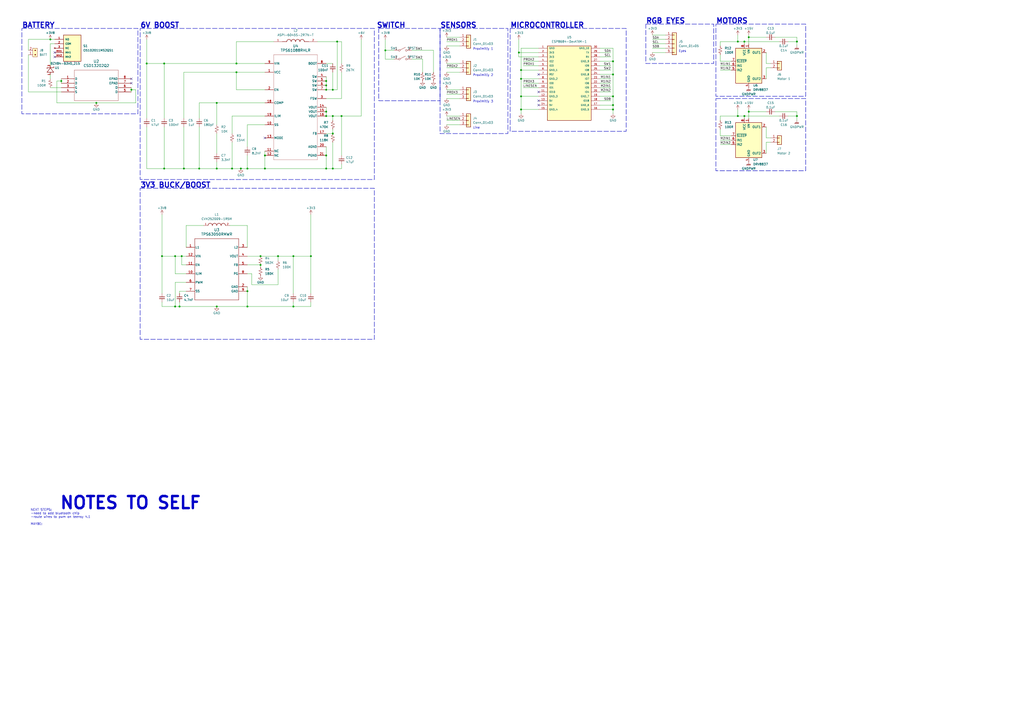
<source format=kicad_sch>
(kicad_sch (version 20230121) (generator eeschema)
  (paper "A2")
  (title_block (title "SN Main PCB") (date "2023-10-24") (rev "3.0") (company "Robonyx") (comment 1 "H. PHAN"))
  (lib_symbols
    (symbol "+3V3_1" (power) (pin_names (offset 0))
      (property "Value" "+3V3_1" (at 0 3.556 0))
      (symbol "+3V3_1_1_1"
        (pin power_in line (at 0 0 90) (length 0) hide (name "+3V3") (number "1"))
      )
    )
    (symbol "ASPI-6045S-2R7N-T:ASPI-6045S-2R7N-T" (pin_names (offset 1.016))
      (property "Reference" "L" (at -10.16 5.08 0))
      (property "Value" "ASPI-6045S-2R7N-T" (at -10.16 -5.08 0))
      (symbol "ASPI-6045S-2R7N-T_0_0"
        (pin passive line (at -12.7 0 0) (length 5.08) (name "~") (number "1"))
        (pin passive line (at 12.7 0 180) (length 5.08) (name "~") (number "2"))
      )
    )
    (symbol "BZX84B3V3-7-F:BZX84-B3V0_215" (pin_names (offset 1.016))
      (property "Reference" "U" (at -2.9464 2.6416 0))
      (property "Value" "BZX84-B3V0_215" (at -4.4704 -4.4958 0))
      (symbol "BZX84-B3V0_215_0_0"
        (pin passive line (at -2.54 0 0) (length 0) (name "~") (number "1"))
        (pin passive line (at 2.54 0 180) (length 0) (name "~") (number "3"))
      )
    )
    (symbol "CSD13202Q2:CSD13202Q2" (pin_names (offset 0.254))
      (property "Reference" "U" (at 20.32 10.16 0))
      (property "Value" "CSD13202Q2" (at 20.32 7.62 0))
      (symbol "CSD13202Q2_0_1"
        (pin unspecified line (at 0 0 0) (length 7.62) (name "D") (number "1"))
        (pin unspecified line (at 0 -2.54 0) (length 7.62) (name "D") (number "2"))
        (pin unspecified line (at 0 -5.08 0) (length 7.62) (name "G") (number "3"))
        (pin unspecified line (at 0 -7.62 0) (length 7.62) (name "S") (number "4"))
        (pin unspecified line (at 40.64 -7.62 180) (length 7.62) (name "D") (number "5"))
        (pin unspecified line (at 40.64 -5.08 180) (length 7.62) (name "D") (number "6"))
        (pin unspecified line (at 40.64 -2.54 180) (length 7.62) (name "EPAD") (number "7"))
        (pin unspecified line (at 40.64 0 180) (length 7.62) (name "EPAD") (number "8"))
      )
    )
    (symbol "CVH252009-1R5M:CVH252009-1R5M" (pin_names (offset 1.016))
      (property "Reference" "L" (at -7.62 5.08 0))
      (property "Value" "CVH252009-1R5M" (at -7.62 2.54 0))
      (symbol "CVH252009-1R5M_0_0"
        (pin passive line (at -7.62 0 0) (length 2.54) (name "~") (number "1"))
        (pin passive line (at 7.62 0 180) (length 2.54) (name "~") (number "2"))
      )
    )
    (symbol "Connector_Generic:Conn_01x02" (pin_names (offset 1.016) hide)
      (property "Reference" "J" (at 0 2.54 0))
      (property "Value" "Conn_01x02" (at 0 -5.08 0))
      (symbol "Conn_01x02_1_1"
        (pin passive line (at -5.08 0 0) (length 3.81) (name "Pin_1") (number "1"))
        (pin passive line (at -5.08 -2.54 0) (length 3.81) (name "Pin_2") (number "2"))
      )
    )
    (symbol "Connector_Generic:Conn_01x03" (pin_names (offset 1.016) hide)
      (property "Reference" "J" (at 0 5.08 0))
      (property "Value" "Conn_01x03" (at 0 -5.08 0))
      (symbol "Conn_01x03_1_1"
        (pin passive line (at -5.08 2.54 0) (length 3.81) (name "Pin_1") (number "1"))
        (pin passive line (at -5.08 0 0) (length 3.81) (name "Pin_2") (number "2"))
        (pin passive line (at -5.08 -2.54 0) (length 3.81) (name "Pin_3") (number "3"))
      )
    )
    (symbol "Connector_Generic:Conn_01x05" (pin_names (offset 1.016) hide)
      (property "Reference" "J" (at 0 7.62 0))
      (property "Value" "Conn_01x05" (at 0 -7.62 0))
      (symbol "Conn_01x05_1_1"
        (pin passive line (at -5.08 5.08 0) (length 3.81) (name "Pin_1") (number "1"))
        (pin passive line (at -5.08 2.54 0) (length 3.81) (name "Pin_2") (number "2"))
        (pin passive line (at -5.08 0 0) (length 3.81) (name "Pin_3") (number "3"))
        (pin passive line (at -5.08 -2.54 0) (length 3.81) (name "Pin_4") (number "4"))
        (pin passive line (at -5.08 -5.08 0) (length 3.81) (name "Pin_5") (number "5"))
      )
    )
    (symbol "Device:C_Small" (pin_numbers hide) (pin_names (offset 0.254) hide)
      (property "Reference" "C" (at 0.254 1.778 0))
      (property "Value" "C_Small" (at 0.254 -2.032 0))
      (symbol "C_Small_1_1"
        (pin passive line (at 0 2.54 270) (length 2.032) (name "~") (number "1"))
        (pin passive line (at 0 -2.54 90) (length 2.032) (name "~") (number "2"))
      )
    )
    (symbol "Device:R_Small_US" (pin_numbers hide) (pin_names (offset 0.254) hide)
      (property "Reference" "R" (at 0.762 0.508 0))
      (property "Value" "R_Small_US" (at 0.762 -1.016 0))
      (symbol "R_Small_US_1_1"
        (pin passive line (at 0 2.54 270) (length 1.016) (name "~") (number "1"))
        (pin passive line (at 0 -2.54 90) (length 1.016) (name "~") (number "2"))
      )
    )
    (symbol "Driver_Motor:DRV8837"
      (property "Reference" "U" (at 6.35 11.43 0))
      (property "Value" "DRV8837" (at -10.16 11.43 0))
      (symbol "DRV8837_1_1"
        (pin power_in line (at 0 12.7 270) (length 2.54) (name "VM") (number "1"))
        (pin output line (at 10.16 7.62 180) (length 2.54) (name "OUT1") (number "2"))
        (pin output line (at 10.16 -7.62 180) (length 2.54) (name "OUT2") (number "3"))
        (pin power_in line (at 0 -12.7 90) (length 2.54) (name "GND") (number "4"))
        (pin input line (at -10.16 -2.54 0) (length 2.54) (name "IN2") (number "5"))
        (pin input line (at -10.16 0 0) (length 2.54) (name "IN1") (number "6"))
        (pin input line (at -10.16 2.54 0) (length 2.54) (name "~{SLEEP}") (number "7"))
        (pin power_in line (at -2.54 12.7 270) (length 2.54) (name "VCC") (number "8"))
        (pin passive line (at 0 -12.7 90) (length 2.54) hide (name "GND") (number "9"))
      )
    )
    (symbol "ESP8684-DevKitM-1:ESP8684-DevKitM-1" (pin_names (offset 1.016))
      (property "Reference" "U" (at -12.7 19.05 0))
      (property "Value" "ESP8684-DevKitM-1" (at -11.43 -27.94 0))
      (symbol "ESP8684-DevKitM-1_0_0"
        (pin power_in line (at -17.78 16.51 0) (length 5.08) (name "GND") (number "1"))
        (pin power_in line (at -17.78 13.97 0) (length 5.08) (name "3V3") (number "2"))
        (pin input line (at -17.78 1.27 0) (length 5.08) (name "RST") (number "7"))
      )
      (symbol "ESP8684-DevKitM-1_1_0"
        (pin bidirectional line (at -17.78 -6.35 0) (length 5.08) (name "IO1") (number "10"))
        (pin bidirectional line (at -17.78 -8.89 0) (length 5.08) (name "IO10") (number "11"))
        (pin power_in line (at -17.78 -11.43 0) (length 5.08) (name "GND_3") (number "12"))
        (pin power_in line (at -17.78 -13.97 0) (length 5.08) (name "5V") (number "13"))
        (pin power_in line (at -17.78 -16.51 0) (length 5.08) (name "5V") (number "14"))
        (pin power_in line (at -17.78 -19.05 0) (length 5.08) (name "GND_4") (number "15"))
        (pin power_in line (at 17.78 -19.05 180) (length 5.08) (name "GND_5") (number "16"))
        (pin power_in line (at 17.78 -16.51 180) (length 5.08) (name "GND_6") (number "17"))
        (pin bidirectional line (at 17.78 -13.97 180) (length 5.08) (name "IO18") (number "18"))
        (pin power_in line (at 17.78 -11.43 180) (length 5.08) (name "GND_7") (number "19"))
        (pin bidirectional line (at 17.78 -8.89 180) (length 5.08) (name "IO4") (number "20"))
        (pin bidirectional line (at 17.78 -6.35 180) (length 5.08) (name "IO5") (number "21"))
        (pin bidirectional line (at 17.78 -3.81 180) (length 5.08) (name "IO6") (number "22"))
        (pin bidirectional line (at 17.78 -1.27 180) (length 5.08) (name "IO7") (number "23"))
        (pin power_in line (at 17.78 1.27 180) (length 5.08) (name "GND_8") (number "24"))
        (pin bidirectional line (at 17.78 3.81 180) (length 5.08) (name "IO8") (number "25"))
        (pin bidirectional line (at 17.78 6.35 180) (length 5.08) (name "IO9") (number "26"))
        (pin power_in line (at 17.78 8.89 180) (length 5.08) (name "GND_9") (number "27"))
        (pin bidirectional line (at 17.78 11.43 180) (length 5.08) (name "RX") (number "28"))
        (pin bidirectional line (at 17.78 13.97 180) (length 5.08) (name "TX") (number "29"))
        (pin power_in line (at -17.78 11.43 0) (length 5.08) (name "3V3") (number "3"))
        (pin power_in line (at 17.78 16.51 180) (length 5.08) (name "GND_10") (number "30"))
        (pin bidirectional line (at -17.78 8.89 0) (length 5.08) (name "IO2") (number "4"))
        (pin bidirectional line (at -17.78 6.35 0) (length 5.08) (name "IO3") (number "5"))
        (pin power_in line (at -17.78 3.81 0) (length 5.08) (name "GND_1") (number "6"))
        (pin power_in line (at -17.78 -1.27 0) (length 5.08) (name "GND_2") (number "8"))
        (pin bidirectional line (at -17.78 -3.81 0) (length 5.08) (name "IO0") (number "9"))
      )
    )
    (symbol "OS102011MS2QS1:OS102011MS2QS1" (pin_names (offset 1.016))
      (property "Reference" "S" (at 6.35 5.08 0))
      (property "Value" "OS102011MS2QS1" (at 6.35 -15.24 0))
      (symbol "OS102011MS2QS1_0_0"
        (pin bidirectional line (at 0 0 0) (length 5.08) (name "NO") (number "1"))
        (pin bidirectional line (at 0 -2.54 0) (length 5.08) (name "COM") (number "2"))
        (pin no_connect line (at 0 -5.08 0) (length 5.08) (name "NC") (number "3"))
        (pin bidirectional line (at 0 -7.62 0) (length 5.08) (name "MH1") (number "MH1"))
        (pin bidirectional line (at 0 -10.16 0) (length 5.08) (name "MH2") (number "MH2"))
      )
    )
    (symbol "SparkFun-Switch:SPST" (pin_names (offset 0) hide)
      (property "Reference" "SW" (at 0 3.175 0))
      (property "Value" "SPST" (at 0 -2.54 0))
      (symbol "SPST_1_1"
        (pin passive line (at -5.08 0 0) (length 2.54) (name "A") (number "1"))
        (pin passive line (at 5.08 0 180) (length 2.54) (name "B") (number "2"))
      )
    )
    (symbol "TPS61088RHLR:TPS61088RHLR" (pin_names (offset 0.254))
      (property "Reference" "U" (at 0 2.54 0))
      (property "Value" "TPS61088RHLR" (at 0 0 0))
      (symbol "TPS61088RHLR_0_1"
        (pin power_in line (at -17.78 20.32 0) (length 5.08) (name "VCC") (number "1"))
        (pin input line (at -17.78 -10.16 0) (length 5.08) (name "SS") (number "10"))
        (pin unspecified line (at -17.78 -25.4 0) (length 5.08) (name "NC") (number "11"))
        (pin unspecified line (at -17.78 -27.94 0) (length 5.08) (name "NC") (number "12"))
        (pin input line (at -17.78 -17.78 0) (length 5.08) (name "MODE") (number "13"))
        (pin power_in line (at 17.78 0 180) (length 5.08) (name "VOUT") (number "14"))
        (pin power_in line (at 17.78 -2.54 180) (length 5.08) (name "VOUT") (number "15"))
        (pin power_in line (at 17.78 -5.08 180) (length 5.08) (name "VOUT") (number "16"))
        (pin input line (at 17.78 -15.24 180) (length 5.08) (name "FB") (number "17"))
        (pin output line (at -17.78 2.54 0) (length 5.08) (name "COMP") (number "18"))
        (pin input line (at -17.78 -5.08 0) (length 5.08) (name "ILIM") (number "19"))
        (pin input line (at -17.78 10.16 0) (length 5.08) (name "EN") (number "2"))
        (pin power_in line (at 17.78 -22.86 180) (length 5.08) (name "AGND") (number "20"))
        (pin power_in line (at 17.78 -27.94 180) (length 5.08) (name "PGND") (number "21"))
        (pin input line (at 17.78 5.08 180) (length 5.08) (name "FSW") (number "3"))
        (pin power_in line (at 17.78 17.78 180) (length 5.08) (name "SW") (number "4"))
        (pin power_in line (at 17.78 15.24 180) (length 5.08) (name "SW") (number "5"))
        (pin power_in line (at 17.78 12.7 180) (length 5.08) (name "SW") (number "6"))
        (pin power_in line (at 17.78 10.16 180) (length 5.08) (name "SW") (number "7"))
        (pin power_in line (at 17.78 25.4 180) (length 5.08) (name "BOOT") (number "8"))
        (pin power_in line (at -17.78 25.4 0) (length 5.08) (name "VIN") (number "9"))
      )
    )
    (symbol "TPS63050RMWR:TPS63050RMWR" (pin_names (offset 0.254))
      (property "Reference" "U" (at 0 2.54 0))
      (property "Value" "TPS63050RMWR" (at 0 0 0))
      (symbol "TPS63050RMWR_0_1"
        (pin unspecified line (at -17.78 12.7 0) (length 5.08) (name "L1") (number "1"))
        (pin input line (at -17.78 -2.54 0) (length 5.08) (name "ILIM") (number "10"))
        (pin input line (at -17.78 2.54 0) (length 5.08) (name "EN") (number "11"))
        (pin power_in line (at -17.78 7.62 0) (length 5.08) (name "VIN") (number "12"))
        (pin power_in line (at 17.78 -10.16 180) (length 5.08) (name "GND") (number "2"))
        (pin unspecified line (at 17.78 12.7 180) (length 5.08) (name "L2") (number "3"))
        (pin power_in line (at 17.78 7.62 180) (length 5.08) (name "VOUT") (number "4"))
        (pin input line (at 17.78 2.54 180) (length 5.08) (name "FB") (number "5"))
        (pin input line (at -17.78 -7.62 0) (length 5.08) (name "PWM") (number "6"))
        (pin input line (at -17.78 -12.7 0) (length 5.08) (name "SS") (number "7"))
        (pin open_collector line (at 17.78 -2.54 180) (length 5.08) (name "PG") (number "8"))
        (pin power_in line (at 17.78 -12.7 180) (length 5.08) (name "GND") (number "9"))
      )
    )
    (symbol "dk_Rectangular-Connectors-Headers-Male-Pins:B2B-XH-A_LF__SN_" (pin_names (offset 1.016))
      (property "Reference" "J" (at -2.54 -1.27 0))
      (property "Value" "B2B-XH-A_LF__SN_" (at 1.27 -3.81 0))
      (symbol "B2B-XH-A_LF__SN__1_1"
        (pin passive line (at 0 2.54 270) (length 2.54) (name "~") (number "1"))
        (pin passive line (at 2.54 2.54 270) (length 2.54) (name "~") (number "2"))
      )
    )
    (symbol "power:+15V" (power) (pin_names (offset 0))
      (property "Value" "+15V" (at 0 3.556 0))
      (symbol "+15V_1_1"
        (pin power_in line (at 0 0 90) (length 0) hide (name "+15V") (number "1"))
      )
    )
    (symbol "power:+3V3" (power) (pin_names (offset 0))
      (property "Value" "+3V3" (at 0 3.556 0))
      (symbol "+3V3_1_1"
        (pin power_in line (at 0 0 90) (length 0) hide (name "+3V3") (number "1"))
      )
    )
    (symbol "power:+3V8" (power) (pin_names (offset 0))
      (property "Value" "+3V8" (at 0 3.556 0))
      (symbol "+3V8_1_1"
        (pin power_in line (at 0 0 90) (length 0) hide (name "+3V8") (number "1"))
      )
    )
    (symbol "power:+6V" (power) (pin_names (offset 0))
      (property "Value" "+6V" (at 0 3.556 0))
      (symbol "+6V_1_1"
        (pin power_in line (at 0 0 90) (length 0) hide (name "+6V") (number "1"))
      )
    )
    (symbol "power:GND" (power) (pin_names (offset 0))
      (property "Value" "GND" (at 0 -3.81 0))
      (symbol "GND_1_1"
        (pin power_in line (at 0 0 270) (length 0) hide (name "GND") (number "1"))
      )
    )
    (symbol "power:GNDPWR" (power) (pin_names (offset 0))
      (property "Value" "GNDPWR" (at 0 -3.302 0))
      (symbol "GNDPWR_1_1"
        (pin power_in line (at 0 0 270) (length 0) hide (name "GNDPWR") (number "1"))
      )
    )
  )
  (junction (at 153.67 90.17))
  (junction (at 302.26 45.72))
  (junction (at 170.18 177.8))
  (junction (at 35.56 46.99))
  (junction (at 105.41 148.59))
  (junction (at 95.25 97.79))
  (junction (at 143.51 97.79))
  (junction (at 189.23 49.53))
  (junction (at 223.52 29.21))
  (junction (at 355.6 63.5))
  (junction (at 431.8 67.31))
  (junction (at 143.51 177.8))
  (junction (at 462.28 24.13))
  (junction (at 137.16 41.91))
  (junction (at 355.6 43.18))
  (junction (at 125.73 59.69))
  (junction (at 180.34 148.59))
  (junction (at 189.23 90.17))
  (junction (at 189.23 64.77))
  (junction (at 76.2 52.07))
  (junction (at 193.04 77.47))
  (junction (at 427.99 24.13))
  (junction (at 161.29 148.59))
  (junction (at 101.6 148.59))
  (junction (at 462.28 67.31))
  (junction (at 104.14 177.8))
  (junction (at 134.62 97.79))
  (junction (at 29.21 22.86))
  (junction (at 139.7 97.79))
  (junction (at 151.13 153.67))
  (junction (at 193.04 97.79))
  (junction (at 302.26 55.88))
  (junction (at 434.34 21.59))
  (junction (at 170.18 148.59))
  (junction (at 431.8 24.13))
  (junction (at 193.04 67.31))
  (junction (at 151.13 148.59))
  (junction (at 355.6 35.56))
  (junction (at 195.58 24.13))
  (junction (at 189.23 97.79))
  (junction (at 198.12 67.31))
  (junction (at 85.09 36.83))
  (junction (at 125.73 177.8))
  (junction (at 125.73 97.79))
  (junction (at 143.51 168.91))
  (junction (at 300.99 30.48))
  (junction (at 95.25 36.83))
  (junction (at 153.67 97.79))
  (junction (at 302.26 63.5))
  (junction (at 434.34 64.77))
  (junction (at 193.04 52.07))
  (junction (at 55.88 59.69))
  (junction (at 355.6 55.88))
  (junction (at 101.6 177.8))
  (junction (at 137.16 36.83))
  (junction (at 189.23 52.07))
  (junction (at 93.98 148.59))
  (junction (at 189.23 46.99))
  (junction (at 189.23 67.31))
  (junction (at 355.6 60.96))
  (junction (at 302.26 40.64))
  (junction (at 427.99 67.31))
  (junction (at 106.68 97.79))
  (junction (at 115.57 97.79))
  (no_connect (at 312.42 58.42))
  (no_connect (at 312.42 60.96))
  (no_connect (at 76.2 48.26))
  (no_connect (at 312.42 53.34))
  (no_connect (at 31.75 30.48))
  (no_connect (at 312.42 43.18))
  (no_connect (at 153.67 80.01))
  (no_connect (at 31.75 33.02))
  (no_connect (at 76.2 45.72))
  (wire (pts (xy 347.98 30.48) (xy 354.33 30.48)))
  (wire (pts (xy 444.5 80.01) (xy 447.04 80.01)))
  (wire (pts (xy 193.04 97.79) (xy 189.23 97.79)))
  (wire (pts (xy 259.08 52.07) (xy 266.7 52.07)))
  (wire (pts (xy 153.67 52.07) (xy 137.16 52.07)))
  (wire (pts (xy 431.8 25.4) (xy 431.8 24.13)))
  (wire (pts (xy 133.35 130.81) (xy 143.51 130.81)))
  (wire (pts (xy 189.23 46.99) (xy 189.23 49.53)))
  (wire (pts (xy 106.68 97.79) (xy 106.68 73.66)))
  (wire (pts (xy 238.76 29.21) (xy 251.46 29.21)))
  (wire (pts (xy 95.25 36.83) (xy 95.25 68.58)))
  (wire (pts (xy 417.83 31.75) (xy 417.83 35.56)))
  (wire (pts (xy 170.18 148.59) (xy 180.34 148.59)))
  (wire (pts (xy 434.34 64.77) (xy 434.34 68.58)))
  (wire (pts (xy 170.18 175.26) (xy 170.18 177.8)))
  (wire (pts (xy 153.67 67.31) (xy 134.62 67.31)))
  (wire (pts (xy 134.62 82.55) (xy 134.62 97.79)))
  (wire (pts (xy 93.98 177.8) (xy 101.6 177.8)))
  (wire (pts (xy 251.46 41.91) (xy 251.46 29.21)))
  (wire (pts (xy 189.23 36.83) (xy 193.04 36.83)))
  (wire (pts (xy 101.6 158.75) (xy 101.6 148.59)))
  (wire (pts (xy 193.04 67.31) (xy 189.23 67.31)))
  (wire (pts (xy 312.42 48.26) (xy 303.53 48.26)))
  (wire (pts (xy 125.73 177.8) (xy 104.14 177.8)))
  (wire (pts (xy 16.51 53.34) (xy 35.56 53.34)))
  (wire (pts (xy 238.76 34.29) (xy 245.11 34.29)))
  (wire (pts (xy 302.26 40.64) (xy 312.42 40.64)))
  (wire (pts (xy 462.28 67.31) (xy 462.28 69.85)))
  (wire (pts (xy 107.95 153.67) (xy 105.41 153.67)))
  (wire (pts (xy 137.16 36.83) (xy 153.67 36.83)))
  (wire (pts (xy 198.12 36.83) (xy 198.12 24.13)))
  (wire (pts (xy 347.98 63.5) (xy 355.6 63.5)))
  (wire (pts (xy 259.08 69.85) (xy 266.7 69.85)))
  (wire (pts (xy 444.5 73.66) (xy 444.5 80.01)))
  (wire (pts (xy 434.34 64.77) (xy 444.5 64.77)))
  (wire (pts (xy 434.34 63.5) (xy 434.34 64.77)))
  (wire (pts (xy 189.23 64.77) (xy 189.23 67.31)))
  (wire (pts (xy 300.99 22.86) (xy 300.99 30.48)))
  (wire (pts (xy 193.04 52.07) (xy 195.58 52.07)))
  (wire (pts (xy 347.98 33.02) (xy 354.33 33.02)))
  (wire (pts (xy 180.34 175.26) (xy 180.34 177.8)))
  (wire (pts (xy 431.8 24.13) (xy 427.99 24.13)))
  (wire (pts (xy 107.95 158.75) (xy 101.6 158.75)))
  (wire (pts (xy 85.09 36.83) (xy 85.09 68.58)))
  (wire (pts (xy 417.83 67.31) (xy 417.83 69.85)))
  (wire (pts (xy 143.51 168.91) (xy 143.51 166.37)))
  (wire (pts (xy 259.08 57.15) (xy 266.7 57.15)))
  (wire (pts (xy 35.56 46.99) (xy 33.02 46.99)))
  (wire (pts (xy 302.26 40.64) (xy 302.26 45.72)))
  (wire (pts (xy 347.98 40.64) (xy 354.33 40.64)))
  (wire (pts (xy 76.2 52.07) (xy 76.2 53.34)))
  (wire (pts (xy 85.09 73.66) (xy 85.09 97.79)))
  (wire (pts (xy 417.83 67.31) (xy 427.99 67.31)))
  (wire (pts (xy 137.16 24.13) (xy 158.75 24.13)))
  (wire (pts (xy 449.58 21.59) (xy 462.28 21.59)))
  (wire (pts (xy 417.83 81.28) (xy 424.18 81.28)))
  (wire (pts (xy 347.98 45.72) (xy 354.33 45.72)))
  (wire (pts (xy 161.29 148.59) (xy 170.18 148.59)))
  (wire (pts (xy 143.51 158.75) (xy 146.05 158.75)))
  (wire (pts (xy 302.26 45.72) (xy 312.42 45.72)))
  (wire (pts (xy 106.68 97.79) (xy 115.57 97.79)))
  (wire (pts (xy 259.08 72.39) (xy 266.7 72.39)))
  (wire (pts (xy 33.02 46.99) (xy 33.02 59.69)))
  (wire (pts (xy 434.34 21.59) (xy 444.5 21.59)))
  (wire (pts (xy 355.6 60.96) (xy 355.6 63.5)))
  (wire (pts (xy 78.74 52.07) (xy 76.2 52.07)))
  (wire (pts (xy 198.12 95.25) (xy 198.12 97.79)))
  (wire (pts (xy 153.67 97.79) (xy 143.51 97.79)))
  (wire (pts (xy 417.83 74.93) (xy 417.83 78.74)))
  (wire (pts (xy 223.52 34.29) (xy 223.52 29.21)))
  (wire (pts (xy 189.23 77.47) (xy 193.04 77.47)))
  (wire (pts (xy 259.08 36.83) (xy 266.7 36.83)))
  (wire (pts (xy 347.98 35.56) (xy 355.6 35.56)))
  (wire (pts (xy 378.46 20.32) (xy 386.08 20.32)))
  (wire (pts (xy 85.09 97.79) (xy 95.25 97.79)))
  (wire (pts (xy 193.04 41.91) (xy 193.04 52.07)))
  (wire (pts (xy 417.83 83.82) (xy 424.18 83.82)))
  (wire (pts (xy 378.46 30.48) (xy 386.08 30.48)))
  (wire (pts (xy 195.58 24.13) (xy 198.12 24.13)))
  (wire (pts (xy 143.51 72.39) (xy 143.51 85.09)))
  (wire (pts (xy 35.56 50.8) (xy 29.21 50.8)))
  (wire (pts (xy 259.08 41.91) (xy 266.7 41.91)))
  (wire (pts (xy 125.73 77.47) (xy 125.73 88.9)))
  (wire (pts (xy 146.05 165.1) (xy 161.29 165.1)))
  (wire (pts (xy 302.26 27.94) (xy 312.42 27.94)))
  (wire (pts (xy 355.6 27.94) (xy 355.6 35.56)))
  (wire (pts (xy 16.51 22.86) (xy 29.21 22.86)))
  (wire (pts (xy 431.8 68.58) (xy 431.8 67.31)))
  (wire (pts (xy 193.04 74.93) (xy 193.04 77.47)))
  (wire (pts (xy 16.51 31.75) (xy 16.51 53.34)))
  (wire (pts (xy 151.13 148.59) (xy 161.29 148.59)))
  (wire (pts (xy 417.83 38.1) (xy 424.18 38.1)))
  (wire (pts (xy 462.28 21.59) (xy 462.28 24.13)))
  (wire (pts (xy 125.73 93.98) (xy 125.73 97.79)))
  (wire (pts (xy 347.98 27.94) (xy 355.6 27.94)))
  (wire (pts (xy 106.68 41.91) (xy 106.68 68.58)))
  (wire (pts (xy 16.51 22.86) (xy 16.51 29.21)))
  (wire (pts (xy 198.12 90.17) (xy 198.12 67.31)))
  (wire (pts (xy 302.26 27.94) (xy 302.26 40.64)))
  (wire (pts (xy 245.11 41.91) (xy 245.11 34.29)))
  (wire (pts (xy 444.5 39.37) (xy 444.5 45.72)))
  (wire (pts (xy 93.98 124.46) (xy 93.98 148.59)))
  (wire (pts (xy 302.26 63.5) (xy 312.42 63.5)))
  (wire (pts (xy 386.08 27.94) (xy 378.46 27.94)))
  (wire (pts (xy 153.67 72.39) (xy 143.51 72.39)))
  (wire (pts (xy 189.23 97.79) (xy 153.67 97.79)))
  (wire (pts (xy 101.6 148.59) (xy 105.41 148.59)))
  (wire (pts (xy 444.5 39.37) (xy 447.04 39.37)))
  (wire (pts (xy 347.98 38.1) (xy 354.33 38.1)))
  (wire (pts (xy 347.98 48.26) (xy 354.33 48.26)))
  (wire (pts (xy 153.67 90.17) (xy 153.67 97.79)))
  (wire (pts (xy 417.83 78.74) (xy 424.18 78.74)))
  (wire (pts (xy 143.51 153.67) (xy 151.13 153.67)))
  (wire (pts (xy 125.73 59.69) (xy 125.73 72.39)))
  (wire (pts (xy 189.23 85.09) (xy 189.23 90.17)))
  (wire (pts (xy 434.34 21.59) (xy 434.34 25.4)))
  (wire (pts (xy 347.98 60.96) (xy 355.6 60.96)))
  (wire (pts (xy 223.52 22.86) (xy 223.52 29.21)))
  (wire (pts (xy 115.57 59.69) (xy 125.73 59.69)))
  (wire (pts (xy 312.42 35.56) (xy 303.53 35.56)))
  (wire (pts (xy 137.16 41.91) (xy 137.16 52.07)))
  (wire (pts (xy 143.51 130.81) (xy 143.51 143.51)))
  (wire (pts (xy 115.57 97.79) (xy 115.57 73.66)))
  (wire (pts (xy 228.6 34.29) (xy 223.52 34.29)))
  (wire (pts (xy 431.8 67.31) (xy 452.12 67.31)))
  (wire (pts (xy 115.57 97.79) (xy 125.73 97.79)))
  (wire (pts (xy 355.6 35.56) (xy 355.6 43.18)))
  (wire (pts (xy 427.99 63.5) (xy 427.99 67.31)))
  (wire (pts (xy 189.23 52.07) (xy 193.04 52.07)))
  (wire (pts (xy 462.28 64.77) (xy 462.28 67.31)))
  (wire (pts (xy 444.5 30.48) (xy 444.5 36.83)))
  (wire (pts (xy 198.12 67.31) (xy 209.55 67.31)))
  (wire (pts (xy 146.05 158.75) (xy 146.05 165.1)))
  (wire (pts (xy 444.5 36.83) (xy 447.04 36.83)))
  (wire (pts (xy 195.58 24.13) (xy 195.58 52.07)))
  (wire (pts (xy 107.95 130.81) (xy 118.11 130.81)))
  (wire (pts (xy 184.15 24.13) (xy 195.58 24.13)))
  (wire (pts (xy 198.12 41.91) (xy 198.12 57.15)))
  (wire (pts (xy 312.42 38.1) (xy 303.53 38.1)))
  (wire (pts (xy 93.98 175.26) (xy 93.98 177.8)))
  (wire (pts (xy 153.67 59.69) (xy 125.73 59.69)))
  (wire (pts (xy 106.68 41.91) (xy 137.16 41.91)))
  (wire (pts (xy 417.83 40.64) (xy 424.18 40.64)))
  (wire (pts (xy 259.08 54.61) (xy 266.7 54.61)))
  (wire (pts (xy 189.23 44.45) (xy 189.23 46.99)))
  (wire (pts (xy 312.42 50.8) (xy 303.53 50.8)))
  (wire (pts (xy 386.08 25.4) (xy 378.46 25.4)))
  (wire (pts (xy 259.08 26.67) (xy 266.7 26.67)))
  (wire (pts (xy 161.29 151.13) (xy 161.29 148.59)))
  (wire (pts (xy 193.04 82.55) (xy 193.04 97.79)))
  (wire (pts (xy 189.23 90.17) (xy 189.23 97.79)))
  (wire (pts (xy 259.08 21.59) (xy 266.7 21.59)))
  (wire (pts (xy 95.25 97.79) (xy 106.68 97.79)))
  (wire (pts (xy 259.08 24.13) (xy 266.7 24.13)))
  (wire (pts (xy 101.6 177.8) (xy 104.14 177.8)))
  (wire (pts (xy 302.26 55.88) (xy 302.26 63.5)))
  (wire (pts (xy 434.34 20.32) (xy 434.34 21.59)))
  (wire (pts (xy 302.26 63.5) (xy 302.26 66.04)))
  (wire (pts (xy 137.16 36.83) (xy 137.16 24.13)))
  (wire (pts (xy 55.88 59.69) (xy 78.74 59.69)))
  (wire (pts (xy 347.98 58.42) (xy 354.33 58.42)))
  (wire (pts (xy 444.5 82.55) (xy 444.5 88.9)))
  (wire (pts (xy 93.98 148.59) (xy 101.6 148.59)))
  (wire (pts (xy 143.51 148.59) (xy 151.13 148.59)))
  (wire (pts (xy 386.08 22.86) (xy 378.46 22.86)))
  (wire (pts (xy 462.28 24.13) (xy 462.28 26.67)))
  (wire (pts (xy 431.8 24.13) (xy 452.12 24.13)))
  (wire (pts (xy 104.14 168.91) (xy 104.14 170.18)))
  (wire (pts (xy 170.18 148.59) (xy 170.18 170.18)))
  (wire (pts (xy 93.98 170.18) (xy 93.98 148.59)))
  (wire (pts (xy 107.95 168.91) (xy 104.14 168.91)))
  (wire (pts (xy 259.08 67.31) (xy 266.7 67.31)))
  (wire (pts (xy 302.26 55.88) (xy 312.42 55.88)))
  (wire (pts (xy 417.83 35.56) (xy 424.18 35.56)))
  (wire (pts (xy 444.5 82.55) (xy 447.04 82.55)))
  (wire (pts (xy 312.42 33.02) (xy 300.99 33.02)))
  (wire (pts (xy 137.16 41.91) (xy 153.67 41.91)))
  (wire (pts (xy 101.6 163.83) (xy 101.6 177.8)))
  (wire (pts (xy 189.23 49.53) (xy 189.23 52.07)))
  (wire (pts (xy 189.23 57.15) (xy 198.12 57.15)))
  (wire (pts (xy 35.56 46.99) (xy 35.56 48.26)))
  (wire (pts (xy 143.51 97.79) (xy 139.7 97.79)))
  (wire (pts (xy 35.56 45.72) (xy 35.56 46.99)))
  (wire (pts (xy 105.41 148.59) (xy 107.95 148.59)))
  (wire (pts (xy 347.98 43.18) (xy 355.6 43.18)))
  (wire (pts (xy 85.09 22.86) (xy 85.09 36.83)))
  (wire (pts (xy 78.74 59.69) (xy 78.74 52.07)))
  (wire (pts (xy 151.13 154.94) (xy 151.13 153.67)))
  (wire (pts (xy 193.04 67.31) (xy 198.12 67.31)))
  (wire (pts (xy 431.8 67.31) (xy 427.99 67.31)))
  (wire (pts (xy 170.18 177.8) (xy 143.51 177.8)))
  (wire (pts (xy 143.51 177.8) (xy 143.51 168.91)))
  (wire (pts (xy 312.42 30.48) (xy 300.99 30.48)))
  (wire (pts (xy 104.14 177.8) (xy 104.14 175.26)))
  (wire (pts (xy 180.34 177.8) (xy 170.18 177.8)))
  (wire (pts (xy 107.95 163.83) (xy 101.6 163.83)))
  (wire (pts (xy 134.62 97.79) (xy 139.7 97.79)))
  (wire (pts (xy 355.6 55.88) (xy 355.6 60.96)))
  (wire (pts (xy 347.98 50.8) (xy 354.33 50.8)))
  (wire (pts (xy 209.55 22.86) (xy 209.55 67.31)))
  (wire (pts (xy 125.73 177.8) (xy 143.51 177.8)))
  (wire (pts (xy 300.99 30.48) (xy 300.99 33.02)))
  (wire (pts (xy 76.2 52.07) (xy 76.2 50.8)))
  (wire (pts (xy 417.83 24.13) (xy 417.83 26.67)))
  (wire (pts (xy 355.6 43.18) (xy 355.6 55.88)))
  (wire (pts (xy 29.21 22.86) (xy 31.75 22.86)))
  (wire (pts (xy 143.51 90.17) (xy 143.51 97.79)))
  (wire (pts (xy 189.23 62.23) (xy 189.23 64.77)))
  (wire (pts (xy 180.34 124.46) (xy 180.34 148.59)))
  (wire (pts (xy 134.62 67.31) (xy 134.62 77.47)))
  (wire (pts (xy 302.26 45.72) (xy 302.26 55.88)))
  (wire (pts (xy 153.67 87.63) (xy 153.67 90.17)))
  (wire (pts (xy 427.99 20.32) (xy 427.99 24.13)))
  (wire (pts (xy 347.98 55.88) (xy 355.6 55.88)))
  (wire (pts (xy 105.41 153.67) (xy 105.41 148.59)))
  (wire (pts (xy 259.08 39.37) (xy 266.7 39.37)))
  (wire (pts (xy 355.6 63.5) (xy 355.6 66.04)))
  (wire (pts (xy 193.04 97.79) (xy 198.12 97.79)))
  (wire (pts (xy 107.95 143.51) (xy 107.95 130.81)))
  (wire (pts (xy 457.2 24.13) (xy 462.28 24.13)))
  (wire (pts (xy 31.75 25.4) (xy 29.21 25.4)))
  (wire (pts (xy 180.34 148.59) (xy 180.34 170.18)))
  (wire (pts (xy 161.29 165.1) (xy 161.29 156.21)))
  (wire (pts (xy 449.58 64.77) (xy 462.28 64.77)))
  (wire (pts (xy 125.73 97.79) (xy 134.62 97.79)))
  (wire (pts (xy 29.21 25.4) (xy 29.21 38.1)))
  (wire (pts (xy 457.2 67.31) (xy 462.28 67.31)))
  (wire (pts (xy 29.21 43.18) (xy 29.21 45.72)))
  (wire (pts (xy 193.04 69.85) (xy 193.04 67.31)))
  (wire (pts (xy 95.25 97.79) (xy 95.25 73.66)))
  (wire (pts (xy 115.57 68.58) (xy 115.57 59.69)))
  (wire (pts (xy 417.83 24.13) (xy 427.99 24.13)))
  (wire (pts (xy 228.6 29.21) (xy 223.52 29.21)))
  (wire (pts (xy 347.98 53.34) (xy 354.33 53.34)))
  (wire (pts (xy 95.25 36.83) (xy 137.16 36.83)))
  (wire (pts (xy 33.02 59.69) (xy 55.88 59.69)))
  (wire (pts (xy 85.09 36.83) (xy 95.25 36.83)))
  (rectangle (start 12.7 16.51) (end 80.01 66.04) (stroke (width 0.254) (type dash)))
  (rectangle (start 374.65 13.97) (end 414.02 36.83) (stroke (width 0.254) (type dash)))
  (rectangle (start 81.28 16.51) (end 217.17 104.14) (stroke (width 0.254) (type dash)))
  (rectangle (start 255.27 16.51) (end 294.64 77.47) (stroke (width 0.254) (type dash)))
  (rectangle (start 295.91 16.51) (end 363.22 76.2) (stroke (width 0.254) (type dash)))
  (rectangle (start 415.29 13.97) (end 467.36 55.88) (stroke (width 0.254) (type dash)))
  (rectangle (start 81.28 109.22) (end 217.17 196.85) (stroke (width 0.254) (type dash)))
  (rectangle (start 219.71 16.51) (end 255.27 58.42) (stroke (width 0.254) (type dash)))
  (rectangle (start 415.29 57.15) (end 467.36 99.06) (stroke (width 0.254) (type dash)))
  (text "SWITCH" (at 218.44 16.51 0) (effects (font (size 3 3) (thickness 0.6) bold) (justify left bottom)))
  (text "NOTES TO SELF" (at 34.29 295.91 0) (effects (font (size 7 7) (thickness 1.4) bold) (justify left bottom)))
  (text "6V BOOST" (at 81.28 16.51 0) (effects (font (size 3 3) (thickness 0.6) bold) (justify left bottom)))
  (text "NEXT STEPS:\n-need to add bluetooth chip\n-route wires to pwm on teensy 4.1\n\nMAYBE:\n" (at 17.78 304.8 0) (effects (font (size 1.27 1.27)) (justify left bottom)))
  (text "Eyes" (at 393.7 30.48 0) (effects (font (size 1.27 1.27)) (justify left bottom)))
  (text "Proximitiy 3" (at 274.32 59.69 0) (effects (font (size 1.27 1.27)) (justify left bottom)))
  (text "Proximitiy 1" (at 274.32 29.21 0) (effects (font (size 1.27 1.27)) (justify left bottom)))
  (text "MOTORS" (at 415.29 13.97 0) (effects (font (size 3 3) (thickness 0.6) bold) (justify left bottom)))
  (text "SENSORS" (at 255.27 16.51 0) (effects (font (size 3 3) (thickness 0.6) bold) (justify left bottom)))
  (text "Proximitiy 2" (at 274.32 44.45 0) (effects (font (size 1.27 1.27)) (justify left bottom)))
  (text "Line" (at 274.32 74.93 0) (effects (font (size 1.27 1.27)) (justify left bottom)))
  (text "RGB EYES" (at 374.65 13.97 0) (effects (font (size 3 3) (thickness 0.6) bold) (justify left bottom)))
  (text "BATTERY" (at 12.7 16.51 0) (effects (font (size 3 3) (thickness 0.6) bold) (justify left bottom)))
  (text "3V3 BUCK/BOOST" (at 81.28 109.22 0) (effects (font (size 3 3) (thickness 0.6) bold) (justify left bottom)))
  (text "MICROCONTROLLER" (at 295.91 16.51 0) (effects (font (size 3 3) (thickness 0.6) bold) (justify left bottom)))
  (label "SDB" (at 354.33 58.42 180))
  (label "PROX3" (at 259.08 54.61 0))
  (label "PROX1" (at 303.53 38.1 0))
  (label "M1IN2" (at 354.33 48.26 180))
  (label "SW1" (at 354.33 38.1 180))
  (label "M1IN1" (at 354.33 45.72 180))
  (label "SCL" (at 378.46 25.4 0))
  (label "LINESEN" (at 259.08 69.85 0))
  (label "SDA" (at 354.33 30.48 180))
  (label "SDA" (at 378.46 22.86 0))
  (label "SCL" (at 354.33 33.02 180))
  (label "PROX2" (at 259.08 39.37 0))
  (label "SDB" (at 378.46 27.94 0))
  (label "PROX2" (at 303.53 35.56 0))
  (label "M2IN1" (at 354.33 50.8 180))
  (label "SW2" (at 354.33 40.64 180))
  (label "PROX1" (at 259.08 24.13 0))
  (label "M2IN2" (at 417.83 83.82 0))
  (label "M1IN2" (at 417.83 40.64 0))
  (label "SW1" (at 245.11 29.21 180))
  (label "LINESEN" (at 303.53 50.8 0))
  (label "M2IN1" (at 417.83 81.28 0))
  (label "PROX3" (at 303.53 48.26 0))
  (label "SW2" (at 245.11 34.29 180))
  (label "M1IN1" (at 417.83 38.1 0))
  (label "M2IN2" (at 354.33 53.34 180))
  (symbol (lib_id "power:+3V3") (at 427.99 20.32 0) (unit 1)
    (property "Reference" "#PWR025" (effects hide))
    (property "Value" "+3V3" (at 427.99 16.51 0))
  )
  (symbol (lib_id "power:+15V") (at 434.34 63.5 0) (unit 1)
    (property "Reference" "#PWR030" (effects hide))
    (property "Value" "+15V" (at 434.34 59.69 0))
  )
  (symbol (lib_id "SparkFun-Switch:SPST") (at 233.68 29.21 0) (unit 1)
    (property "Reference" "SW1" (at 228.6 27.94 0))
    (property "Value" "SPST" (at 238.76 27.94 0))
    (property "Footprint" "Button_Switch_THT:SW_PUSH_6mm_H4.3mm" (effects hide))
    (property "PROD_ID" "SWCH-" (effects hide))
  )
  (symbol (lib_id "power:GND") (at 259.08 57.15 0) (unit 1)
    (property "Reference" "#PWR016" (effects hide))
    (property "Value" "GND" (at 259.08 60.96 0))
  )
  (symbol (lib_name "+3V3_1") (lib_id "power:+3V3") (at 180.34 124.46 0) (unit 1)
    (property "Reference" "#PWR08" (effects hide))
    (property "Value" "+3V3" (at 180.34 120.65 0))
  )
  (symbol (lib_id "Connector_Generic:Conn_01x03") (at 271.78 54.61 0) (unit 1)
    (property "Reference" "J3" (at 274.32 53.34 0) (effects (justify left)))
    (property "Value" "Conn_01x03" (at 274.32 55.88 0) (effects (justify left)))
    (property "Footprint" "Connector_JST:JST_XH_B3B-XH-A_1x03_P2.50mm_Vertical" (effects hide))
  )
  (symbol (lib_id "power:GND") (at 259.08 26.67 0) (unit 1)
    (property "Reference" "#PWR012" (effects hide))
    (property "Value" "GND" (at 259.08 30.48 0))
  )
  (symbol (lib_id "Device:R_Small_US") (at 417.83 29.21 0) (unit 1)
    (property "Reference" "R12" (at 420.37 27.94 0) (effects (justify left)))
    (property "Value" "100R" (at 420.37 30.48 0) (effects (justify left)))
    (property "Footprint" "Resistor_SMD:R_0805_2012Metric" (effects hide))
  )
  (symbol (lib_id "Driver_Motor:DRV8837") (at 434.34 38.1 0) (unit 1)
    (property "Reference" "U6" (at 436.88 49.53 0) (effects (justify left)))
    (property "Value" "DRV8837" (at 436.88 52.07 0) (effects (justify left)))
    (property "Footprint" "Package_SON:WSON-8-1EP_2x2mm_P0.5mm_EP0.9x1.6mm" (effects hide))
    (property "Datasheet" "http://www.ti.com/lit/ds/symlink/drv8837.pdf" (effects hide))
  )
  (symbol (lib_id "power:GND") (at 378.46 30.48 0) (unit 1)
    (property "Reference" "#PWR024" (effects hide))
    (property "Value" "GND" (at 378.46 34.29 0))
  )
  (symbol (lib_name "+3V3_1") (lib_id "power:+3V3") (at 259.08 36.83 0) (unit 1)
    (property "Reference" "#PWR013" (effects hide))
    (property "Value" "+3V3" (at 259.08 33.02 0))
  )
  (symbol (lib_id "Device:C_Small") (at 104.14 172.72 0) (unit 1)
    (property "Reference" "C4" (at 106.68 171.4563 0) (effects (justify left)))
    (property "Value" "4.7nF" (at 106.68 173.9963 0) (effects (justify left)))
    (property "Footprint" "Capacitor_SMD:C_0805_2012Metric" (effects hide))
  )
  (symbol (lib_id "power:+3V8") (at 29.21 22.86 0) (unit 1)
    (property "Reference" "#PWR01" (effects hide))
    (property "Value" "+3V8" (at 29.21 19.05 0))
  )
  (symbol (lib_id "Device:R_Small_US") (at 151.13 151.13 0) (unit 1)
    (property "Reference" "R4" (at 153.67 149.86 0) (effects (justify left)))
    (property "Value" "562K" (at 153.67 152.4 0) (effects (justify left)))
    (property "Footprint" "Resistor_SMD:R_0805_2012Metric" (effects hide))
  )
  (symbol (lib_id "power:GND") (at 55.88 59.69 0) (unit 1)
    (property "Reference" "#PWR02" (effects hide))
    (property "Value" "GND" (at 55.88 63.5 0))
  )
  (symbol (lib_id "Device:R_Small_US") (at 161.29 153.67 0) (unit 1)
    (property "Reference" "R6" (at 163.83 152.4 0) (effects (justify left)))
    (property "Value" "100K" (at 163.83 154.94 0) (effects (justify left)))
    (property "Footprint" "Resistor_SMD:R_0805_2012Metric" (effects hide))
  )
  (symbol (lib_id "Device:C_Small") (at 95.25 71.12 0) (unit 1)
    (property "Reference" "C3" (at 97.79 69.8563 0) (effects (justify left)))
    (property "Value" "100nF" (at 97.79 72.3963 0) (effects (justify left)))
    (property "Footprint" "Capacitor_SMD:C_0805_2012Metric" (effects hide))
  )
  (symbol (lib_id "power:GND") (at 355.6 66.04 0) (unit 1)
    (property "Reference" "#PWR021" (effects hide))
    (property "Value" "GND" (at 355.6 69.85 0))
  )
  (symbol (lib_id "power:GND") (at 125.73 177.8 0) (unit 1)
    (property "Reference" "#PWR05" (effects hide))
    (property "Value" "GND" (at 125.73 181.61 0))
  )
  (symbol (lib_id "Device:R_Small_US") (at 193.04 80.01 0) (mirror y) (unit 1)
    (property "Reference" "R8" (at 190.5 78.74 0) (effects (justify left)))
    (property "Value" "118K" (at 190.5 81.28 0) (effects (justify left)))
    (property "Footprint" "Resistor_SMD:R_0805_2012Metric" (effects hide))
  )
  (symbol (lib_id "dk_Rectangular-Connectors-Headers-Male-Pins:B2B-XH-A_LF__SN_") (at 19.05 31.75 90) (unit 1)
    (property "Reference" "J8" (at 22.86 29.21 90) (effects (justify right)))
    (property "Value" "BATT" (at 22.86 31.75 90) (effects (justify right)))
    (property "Footprint" "digikey-footprints:PinHeader_1x2_P2.5mm_Drill1.1mm" (effects hide))
    (property "Datasheet" "http://www.jst-mfg.com/product/pdf/eng/eXH.pdf" (effects hide))
    (property "Digi-Key_PN" "455-2247-ND" (effects hide))
    (property "MPN" "B2B-XH-A(LF)(SN)" (effects hide))
    (property "Category" "Connectors, Interconnects" (effects hide))
    (property "Family" "Rectangular Connectors - Headers, Male Pins" (effects hide))
    (property "DK_Datasheet_Link" "http://www.jst-mfg.com/product/pdf/eng/eXH.pdf" (effects hide))
    (property "DK_Detail_Page" "/product-detail/en/jst-sales-america-inc/B2B-XH-A(LF)(SN)/455-2247-ND/1651045" (effects hide))
    (property "Description" "CONN HEADER VERT 2POS 2.5MM" (effects hide))
    (property "Manufacturer" "JST Sales America Inc." (effects hide))
    (property "Status" "Active" (effects hide))
  )
  (symbol (lib_id "Device:C_Small") (at 143.51 87.63 0) (unit 1)
    (property "Reference" "C8" (at 146.05 86.3663 0) (effects (justify left)))
    (property "Value" "8.2nF" (at 146.05 88.9063 0) (effects (justify left)))
    (property "Footprint" "Capacitor_SMD:C_0805_2012Metric" (effects hide))
  )
  (symbol (lib_id "ASPI-6045S-2R7N-T:ASPI-6045S-2R7N-T") (at 171.45 24.13 0) (unit 1)
    (property "Reference" "L2" (at 171.45 17.78 0))
    (property "Value" "ASPI-6045S-2R7N-T" (at 171.45 20.32 0))
    (property "Footprint" "ASPI-6045S-2R7N-T:IND_ASPI-6045S-2R7N-T" (effects hide))
    (property "MF" "Abracon" (effects hide))
    (property "MAXIMUM_PACKAGE_HEIGHT" "4.5 mm" (effects hide))
    (property "Package" "Nonstandard Abracon" (effects hide))
    (property "Price" "None" (effects hide))
    (property "Check_prices" "https://www.snapeda.com/parts/ASPI-6045S-2R7N-T/Abracon/view-part/?ref=eda" (effects hide))
    (property "STANDARD" "Manufacturer Recommendations" (effects hide))
    (property "PARTREV" "2/22/2016" (effects hide))
    (property "SnapEDA_Link" "https://www.snapeda.com/parts/ASPI-6045S-2R7N-T/Abracon/view-part/?ref=snap" (effects hide))
    (property "MP" "ASPI-6045S-2R7N-T" (effects hide))
    (property "Purchase-URL" "https://www.snapeda.com/api/url_track_click_mouser/?unipart_id=1106667&manufacturer=Abracon&part_name=ASPI-6045S-2R7N-T&search_term=aspi-6045s-2r7n-t" (effects hide))
    (property "Description" "\n2.7 µH Shielded Drum Core, Wirewound Inductor 4.3 A 15mOhm Nonstandard\n" (effects hide))
    (property "Availability" "In Stock" (effects hide))
    (property "MANUFACTURER" "Abracon" (effects hide))
  )
  (symbol (lib_id "Connector_Generic:Conn_01x03") (at 271.78 39.37 0) (unit 1)
    (property "Reference" "J2" (at 274.32 38.1 0) (effects (justify left)))
    (property "Value" "Conn_01x03" (at 274.32 40.64 0) (effects (justify left)))
    (property "Footprint" "Connector_JST:JST_XH_B3B-XH-A_1x03_P2.50mm_Vertical" (effects hide))
  )
  (symbol (lib_id "Device:C_Small") (at 115.57 71.12 0) (unit 1)
    (property "Reference" "C6" (at 118.11 69.8563 0) (effects (justify left)))
    (property "Value" "180pF" (at 118.11 72.3963 0) (effects (justify left)))
    (property "Footprint" "Capacitor_SMD:C_0805_2012Metric" (effects hide))
  )
  (symbol (lib_id "CSD13202Q2:CSD13202Q2") (at 35.56 45.72 0) (unit 1)
    (property "Reference" "U2" (at 55.88 35.56 0) (effects (font (size 1.524 1.524))))
    (property "Value" "CSD13202Q2" (at 55.88 38.1 0) (effects (font (size 1.524 1.524))))
    (property "Footprint" "CSD13202Q2:DQK6_TEX" (effects hide))
    (property "Datasheet" "CSD13202Q2" (effects hide))
  )
  (symbol (lib_id "power:GND") (at 245.11 46.99 0) (unit 1)
    (property "Reference" "#PWR033" (effects hide))
    (property "Value" "GND" (at 245.11 50.8 0))
  )
  (symbol (lib_id "TPS63050RMWR:TPS63050RMWR") (at 125.73 156.21 0) (unit 1)
    (property "Reference" "U3" (at 125.73 133.35 0) (effects (font (size 1.524 1.524))))
    (property "Value" "TPS63050RMWR" (at 125.73 135.89 0) (effects (font (size 1.524 1.524))))
    (property "Footprint" "TPS63050RMWR:RMW0012A" (effects hide))
    (property "Datasheet" "TPS63050RMWR" (effects hide))
  )
  (symbol (lib_id "Device:R_Small_US") (at 151.13 157.48 0) (unit 1)
    (property "Reference" "R5" (at 153.67 156.21 0) (effects (justify left)))
    (property "Value" "180K" (at 153.67 158.75 0) (effects (justify left)))
    (property "Footprint" "Resistor_SMD:R_0805_2012Metric" (effects hide))
  )
  (symbol (lib_id "ESP8684-DevKitM-1:ESP8684-DevKitM-1") (at 330.2 44.45 0) (unit 1)
    (property "Reference" "U5" (at 330.2 21.59 0))
    (property "Value" "ESP8684-DevKitM-1" (at 330.2 24.13 0))
    (property "Footprint" "ESP8684-DevKitM-1:ESP8684-DevKitM-1" (effects hide))
    (property "STANDARD" "Manufacturer Recommendations" (effects hide))
    (property "MANUFACTURER" "Espressif" (effects hide))
  )
  (symbol (lib_id "Device:R_Small_US") (at 134.62 80.01 0) (unit 1)
    (property "Reference" "R3" (at 137.16 78.74 0) (effects (justify left)))
    (property "Value" "154K" (at 137.16 81.28 0) (effects (justify left)))
    (property "Footprint" "Resistor_SMD:R_0805_2012Metric" (effects hide))
  )
  (symbol (lib_id "Device:C_Small") (at 93.98 172.72 0) (unit 1)
    (property "Reference" "C2" (at 96.52 171.4563 0) (effects (justify left)))
    (property "Value" "10uF" (at 96.52 173.9963 0) (effects (justify left)))
    (property "Footprint" "Capacitor_SMD:C_0805_2012Metric" (effects hide))
  )
  (symbol (lib_id "Device:C_Small") (at 193.04 39.37 0) (mirror y) (unit 1)
    (property "Reference" "C11" (at 190.5 38.1063 0) (effects (justify left)))
    (property "Value" "100nF" (at 190.5 40.6463 0) (effects (justify left)))
    (property "Footprint" "Capacitor_SMD:C_0805_2012Metric" (effects hide))
  )
  (symbol (lib_id "power:GNDPWR") (at 434.34 93.98 0) (unit 1)
    (property "Reference" "#PWR031" (effects hide))
    (property "Value" "GNDPWR" (at 434.34 97.79 0))
  )
  (symbol (lib_id "Device:C_Small") (at 106.68 71.12 0) (unit 1)
    (property "Reference" "C5" (at 109.22 69.8563 0) (effects (justify left)))
    (property "Value" "1uF" (at 109.22 72.3963 0) (effects (justify left)))
    (property "Footprint" "Capacitor_SMD:C_0805_2012Metric" (effects hide))
  )
  (symbol (lib_id "Device:C_Small") (at 170.18 172.72 0) (mirror y) (unit 1)
    (property "Reference" "C9" (at 167.64 171.4563 0) (effects (justify left)))
    (property "Value" "10uF" (at 167.64 173.9963 0) (effects (justify left)))
    (property "Footprint" "Capacitor_SMD:C_0805_2012Metric" (effects hide))
  )
  (symbol (lib_id "Device:R_Small_US") (at 417.83 72.39 0) (unit 1)
    (property "Reference" "R13" (at 420.37 71.12 0) (effects (justify left)))
    (property "Value" "100R" (at 420.37 73.66 0) (effects (justify left)))
    (property "Footprint" "Resistor_SMD:R_0805_2012Metric" (effects hide))
  )
  (symbol (lib_id "Device:R_Small_US") (at 29.21 48.26 0) (mirror y) (unit 1)
    (property "Reference" "R1" (at 26.67 46.99 0) (effects (justify left)))
    (property "Value" "100R" (at 26.67 49.53 0) (effects (justify left)))
    (property "Footprint" "Resistor_SMD:R_0805_2012Metric" (effects hide))
  )
  (symbol (lib_id "power:GND") (at 251.46 46.99 0) (unit 1)
    (property "Reference" "#PWR034" (effects hide))
    (property "Value" "GND" (at 251.46 50.8 0))
  )
  (symbol (lib_id "power:GND") (at 259.08 41.91 0) (unit 1)
    (property "Reference" "#PWR014" (effects hide))
    (property "Value" "GND" (at 259.08 45.72 0))
  )
  (symbol (lib_id "Connector_Generic:Conn_01x05") (at 391.16 25.4 0) (unit 1)
    (property "Reference" "J5" (at 393.7 24.13 0) (effects (justify left)))
    (property "Value" "Conn_01x05" (at 393.7 26.67 0) (effects (justify left)))
    (property "Footprint" "Connector_JST:JST_XH_B5B-XH-A_1x05_P2.50mm_Vertical" (effects hide))
  )
  (symbol (lib_id "Device:C_Small") (at 85.09 71.12 0) (unit 1)
    (property "Reference" "C1" (at 87.63 69.8563 0) (effects (justify left)))
    (property "Value" "47uF" (at 87.63 72.39 0) (effects (justify left)))
    (property "Footprint" "Capacitor_SMD:C_0805_2012Metric" (effects hide))
  )
  (symbol (lib_id "Device:C_Small") (at 125.73 91.44 0) (unit 1)
    (property "Reference" "C7" (at 128.27 90.1763 0) (effects (justify left)))
    (property "Value" "3.3nF" (at 128.27 92.7163 0) (effects (justify left)))
    (property "Footprint" "Capacitor_SMD:C_0805_2012Metric" (effects hide))
  )
  (symbol (lib_id "TPS61088RHLR:TPS61088RHLR") (at 171.45 62.23 0) (unit 1)
    (property "Reference" "U4" (at 171.45 26.67 0) (effects (font (size 1.524 1.524))))
    (property "Value" "TPS61088RHLR" (at 171.45 29.21 0) (effects (font (size 1.524 1.524))))
    (property "Footprint" "TPS61088RHLR:RHL0020A" (effects hide))
    (property "Datasheet" "TPS61088RHLR" (effects hide))
  )
  (symbol (lib_id "power:GND") (at 151.13 160.02 0) (unit 1)
    (property "Reference" "#PWR07" (effects hide))
    (property "Value" "GND" (at 151.13 163.83 0))
  )
  (symbol (lib_id "OS102011MS2QS1:OS102011MS2QS1") (at 31.75 22.86 0) (unit 1)
    (property "Reference" "S1" (at 48.26 26.67 0) (effects (justify left)))
    (property "Value" "OS102011MS2QS1" (at 48.26 29.21 0) (effects (justify left)))
    (property "Footprint" "OS102011MS2QS1:OS102011MS2QS1" (effects hide))
    (property "MANUFACTURER_NAME" "C & K COMPONENTS" (effects hide))
    (property "MF" "C&K" (effects hide))
    (property "MOUSER_PRICE-STOCK" "https://www.mouser.co.uk/ProductDetail/CK/OS102011MS2QS1?qs=WtljUlYws5TrGs9OfHrZYw%3D%3D" (effects hide))
    (property "DESCRIPTION" "C & K COMPONENTS - OS102011MS2QS1 - SWITCH SLIDE SHORTING SPDT" (effects hide))
    (property "MOUSER_PART_NUMBER" "611-OS102011MS2QS1" (effects hide))
    (property "Price" "None" (effects hide))
    (property "Package" "None" (effects hide))
    (property "Check_prices" "https://www.snapeda.com/parts/OS102011MS2QS1/C%2526K/view-part/?ref=eda" (effects hide))
    (property "HEIGHT" "8.7mm" (effects hide))
    (property "MP" "OS102011MS2QS1" (effects hide))
    (property "SnapEDA_Link" "https://www.snapeda.com/parts/OS102011MS2QS1/C%2526K/view-part/?ref=snap" (effects hide))
    (property "ARROW_PRICE-STOCK" "https://www.arrow.com/en/products/os102011ms2qs1/ck?region=nac" (effects hide))
    (property "ARROW_PART_NUMBER" "OS102011MS2QS1" (effects hide))
    (property "Purchase-URL" "https://www.snapeda.com/api/url_track_click_mouser/?unipart_id=518254&manufacturer=C&amp;K&part_name=OS102011MS2QS1&search_term=os102011ms2qs1" (effects hide))
    (property "Description" "\nSlide Switch SPDT Through Hole\n" (effects hide))
    (property "Availability" "In Stock" (effects hide))
    (property "MANUFACTURER_PART_NUMBER" "OS102011MS2QS1" (effects hide))
  )
  (symbol (lib_id "Connector_Generic:Conn_01x02") (at 452.12 36.83 0) (unit 1)
    (property "Reference" "J6" (at 450.85 43.18 0) (effects (justify left)))
    (property "Value" "Motor 1" (at 450.85 45.72 0) (effects (justify left)))
    (property "Footprint" "Connector_AMASS:AMASS_XT30U-F_1x02_P5.0mm_Vertical" (effects hide))
  )
  (symbol (lib_id "BZX84B3V3-7-F:BZX84-B3V0_215") (at 29.21 40.64 90) (unit 1)
    (property "Reference" "U1" (at 31.75 39.37 90) (effects (justify right)))
    (property "Value" "BZX84-B3V0_215" (at 29.21 36.83 90) (effects (justify right)))
    (property "Footprint" "BZX84B3V3-7-F:SOT23" (effects hide))
    (property "MF" "Nexperia" (effects hide))
    (property "Description" "\nZener Diode 3 V 250 mW ±2% Surface Mount TO-236AB\n" (effects hide))
    (property "Package" "SOT23-3 Nexperia USA Inc." (effects hide))
    (property "Price" "None" (effects hide))
    (property "SnapEDA_Link" "https://www.snapeda.com/parts/BZX84-B3V0,215/Nexperia/view-part/?ref=snap" (effects hide))
    (property "MP" "BZX84-B3V0,215" (effects hide))
    (property "Purchase-URL" "https://www.snapeda.com/api/url_track_click_mouser/?unipart_id=5063272&manufacturer=Nexperia&part_name=BZX84-B3V0,215&search_term=bzx84b" (effects hide))
    (property "Availability" "In Stock" (effects hide))
    (property "Check_prices" "https://www.snapeda.com/parts/BZX84-B3V0,215/Nexperia/view-part/?ref=eda" (effects hide))
  )
  (symbol (lib_id "Device:C_Small") (at 454.66 67.31 90) (mirror x) (unit 1)
    (property "Reference" "C16" (at 454.66 72.39 90))
    (property "Value" "0.1uF" (at 454.66 69.85 90))
    (property "Footprint" "Capacitor_SMD:C_0805_2012Metric" (effects hide))
  )
  (symbol (lib_id "Driver_Motor:DRV8837") (at 434.34 81.28 0) (unit 1)
    (property "Reference" "U7" (at 436.88 92.71 0) (effects (justify left)))
    (property "Value" "DRV8837" (at 436.88 95.25 0) (effects (justify left)))
    (property "Footprint" "Package_SON:WSON-8-1EP_2x2mm_P0.5mm_EP0.9x1.6mm" (effects hide))
    (property "Datasheet" "http://www.ti.com/lit/ds/symlink/drv8837.pdf" (effects hide))
  )
  (symbol (lib_name "+3V3_1") (lib_id "power:+3V3") (at 259.08 52.07 0) (unit 1)
    (property "Reference" "#PWR015" (effects hide))
    (property "Value" "+3V3" (at 259.08 48.26 0))
  )
  (symbol (lib_name "+3V3_1") (lib_id "power:+3V3") (at 259.08 21.59 0) (unit 1)
    (property "Reference" "#PWR011" (effects hide))
    (property "Value" "+3V3" (at 259.08 17.78 0))
  )
  (symbol (lib_id "Device:R_Small_US") (at 193.04 72.39 0) (mirror y) (unit 1)
    (property "Reference" "R7" (at 190.5 71.12 0) (effects (justify left)))
    (property "Value" "470K" (at 190.5 73.66 0) (effects (justify left)))
    (property "Footprint" "Resistor_SMD:R_0805_2012Metric" (effects hide))
  )
  (symbol (lib_id "power:+3V8") (at 223.52 22.86 0) (unit 1)
    (property "Reference" "#PWR010" (effects hide))
    (property "Value" "+3V8" (at 223.52 19.05 0))
  )
  (symbol (lib_id "power:+3V8") (at 93.98 124.46 0) (unit 1)
    (property "Reference" "#PWR04" (effects hide))
    (property "Value" "+3V8" (at 93.98 120.65 0))
  )
  (symbol (lib_id "Device:C_Small") (at 447.04 64.77 90) (unit 1)
    (property "Reference" "C15" (at 447.04 59.69 90))
    (property "Value" "0.1uF" (at 447.04 62.23 90))
    (property "Footprint" "Capacitor_SMD:C_0805_2012Metric" (effects hide))
  )
  (symbol (lib_id "power:GND") (at 139.7 97.79 0) (unit 1)
    (property "Reference" "#PWR06" (effects hide))
    (property "Value" "GND" (at 139.7 101.6 0))
  )
  (symbol (lib_id "Device:C_Small") (at 454.66 24.13 90) (mirror x) (unit 1)
    (property "Reference" "C14" (at 454.66 29.21 90))
    (property "Value" "0.1uF" (at 454.66 26.67 90))
    (property "Footprint" "Capacitor_SMD:C_0805_2012Metric" (effects hide))
  )
  (symbol (lib_id "Device:R_Small_US") (at 198.12 39.37 0) (unit 1)
    (property "Reference" "R9" (at 200.66 38.1 0) (effects (justify left)))
    (property "Value" "267K" (at 200.66 40.64 0) (effects (justify left)))
    (property "Footprint" "Resistor_SMD:R_0805_2012Metric" (effects hide))
  )
  (symbol (lib_id "Device:R_Small_US") (at 251.46 44.45 0) (mirror y) (unit 1)
    (property "Reference" "R11" (at 250.19 43.18 0) (effects (justify left)))
    (property "Value" "10K" (at 250.19 45.72 0) (effects (justify left)))
    (property "Footprint" "Resistor_SMD:R_0805_2012Metric" (effects hide))
  )
  (symbol (lib_name "+3V3_1") (lib_id "power:+3V3") (at 259.08 67.31 0) (unit 1)
    (property "Reference" "#PWR017" (effects hide))
    (property "Value" "+3V3" (at 259.08 63.5 0))
  )
  (symbol (lib_id "Connector_Generic:Conn_01x03") (at 271.78 24.13 0) (unit 1)
    (property "Reference" "J1" (at 274.32 22.86 0) (effects (justify left)))
    (property "Value" "Conn_01x03" (at 274.32 25.4 0) (effects (justify left)))
    (property "Footprint" "Connector_JST:JST_XH_B3B-XH-A_1x03_P2.50mm_Vertical" (effects hide))
  )
  (symbol (lib_id "power:GND") (at 302.26 66.04 0) (unit 1)
    (property "Reference" "#PWR020" (effects hide))
    (property "Value" "GND" (at 302.26 69.85 0))
  )
  (symbol (lib_id "Device:R_Small_US") (at 125.73 74.93 0) (unit 1)
    (property "Reference" "R2" (at 128.27 73.66 0) (effects (justify left)))
    (property "Value" "10K" (at 128.27 76.2 0) (effects (justify left)))
    (property "Footprint" "Resistor_SMD:R_0805_2012Metric" (effects hide))
  )
  (symbol (lib_id "power:GNDPWR") (at 462.28 69.85 0) (unit 1)
    (property "Reference" "#PWR032" (effects hide))
    (property "Value" "GNDPWR" (at 462.28 73.66 0))
  )
  (symbol (lib_id "power:GNDPWR") (at 434.34 50.8 0) (unit 1)
    (property "Reference" "#PWR027" (effects hide))
    (property "Value" "GNDPWR" (at 434.34 54.61 0))
  )
  (symbol (lib_id "Connector_Generic:Conn_01x03") (at 271.78 69.85 0) (unit 1)
    (property "Reference" "J4" (at 274.32 68.58 0) (effects (justify left)))
    (property "Value" "Conn_01x03" (at 274.32 71.12 0) (effects (justify left)))
    (property "Footprint" "Connector_JST:JST_XH_B3B-XH-A_1x03_P2.50mm_Vertical" (effects hide))
  )
  (symbol (lib_id "CVH252009-1R5M:CVH252009-1R5M") (at 125.73 130.81 0) (unit 1)
    (property "Reference" "L1" (at 125.73 124.46 0))
    (property "Value" "CVH252009-1R5M" (at 125.73 127 0))
    (property "Footprint" "CVH252009_1R5M:INDC2520X100N" (effects hide))
  )
  (symbol (lib_id "Connector_Generic:Conn_01x02") (at 452.12 80.01 0) (unit 1)
    (property "Reference" "J7" (at 450.85 86.36 0) (effects (justify left)))
    (property "Value" "Motor 2" (at 450.85 88.9 0) (effects (justify left)))
    (property "Footprint" "Connector_AMASS:AMASS_XT30U-F_1x02_P5.0mm_Vertical" (effects hide))
  )
  (symbol (lib_name "+3V3_1") (lib_id "power:+3V3") (at 378.46 20.32 0) (unit 1)
    (property "Reference" "#PWR023" (effects hide))
    (property "Value" "+3V3" (at 378.46 16.51 0))
  )
  (symbol (lib_id "power:+15V") (at 434.34 20.32 0) (unit 1)
    (property "Reference" "#PWR026" (effects hide))
    (property "Value" "+15V" (at 434.34 16.51 0))
  )
  (symbol (lib_id "power:+6V") (at 209.55 22.86 0) (unit 1)
    (property "Reference" "#PWR09" (effects hide))
    (property "Value" "+6V" (at 209.55 19.05 0))
  )
  (symbol (lib_id "power:+3V3") (at 427.99 63.5 0) (unit 1)
    (property "Reference" "#PWR029" (effects hide))
    (property "Value" "+3V3" (at 427.99 59.69 0))
  )
  (symbol (lib_id "Device:C_Small") (at 180.34 172.72 0) (mirror y) (unit 1)
    (property "Reference" "C10" (at 177.8 171.4563 0) (effects (justify left)))
    (property "Value" "10uF" (at 177.8 173.9963 0) (effects (justify left)))
    (property "Footprint" "Capacitor_SMD:C_0805_2012Metric" (effects hide))
  )
  (symbol (lib_id "power:GND") (at 259.08 72.39 0) (unit 1)
    (property "Reference" "#PWR018" (effects hide))
    (property "Value" "GND" (at 259.08 76.2 0))
  )
  (symbol (lib_id "Device:C_Small") (at 198.12 92.71 0) (unit 1)
    (property "Reference" "C12" (at 200.66 91.4463 0) (effects (justify left)))
    (property "Value" "47uF" (at 200.66 93.9863 0) (effects (justify left)))
    (property "Footprint" "Capacitor_SMD:C_0805_2012Metric" (effects hide))
  )
  (symbol (lib_name "+3V3_1") (lib_id "power:+3V3") (at 300.99 22.86 0) (unit 1)
    (property "Reference" "#PWR019" (effects hide))
    (property "Value" "+3V3" (at 300.99 19.05 0))
  )
  (symbol (lib_id "power:+3V8") (at 85.09 22.86 0) (unit 1)
    (property "Reference" "#PWR03" (effects hide))
    (property "Value" "+3V8" (at 85.09 19.05 0))
  )
  (symbol (lib_id "power:GNDPWR") (at 462.28 26.67 0) (unit 1)
    (property "Reference" "#PWR028" (effects hide))
    (property "Value" "GNDPWR" (at 462.28 30.48 0))
  )
  (symbol (lib_id "SparkFun-Switch:SPST") (at 233.68 34.29 0) (unit 1)
    (property "Reference" "SW2" (at 228.6 33.02 0))
    (property "Value" "SPST" (at 238.76 33.02 0))
    (property "Footprint" "Button_Switch_THT:SW_PUSH_6mm_H4.3mm" (effects hide))
    (property "PROD_ID" "SWCH-" (effects hide))
  )
  (symbol (lib_id "Device:C_Small") (at 447.04 21.59 90) (unit 1)
    (property "Reference" "C13" (at 447.04 16.51 90))
    (property "Value" "0.1uF" (at 447.04 19.05 90))
    (property "Footprint" "Capacitor_SMD:C_0805_2012Metric" (effects hide))
  )
  (symbol (lib_id "Device:R_Small_US") (at 245.11 44.45 0) (mirror y) (unit 1)
    (property "Reference" "R10" (at 243.84 43.18 0) (effects (justify left)))
    (property "Value" "10K" (at 243.84 45.72 0) (effects (justify left)))
    (property "Footprint" "Resistor_SMD:R_0805_2012Metric" (effects hide))
  )
)
</source>
